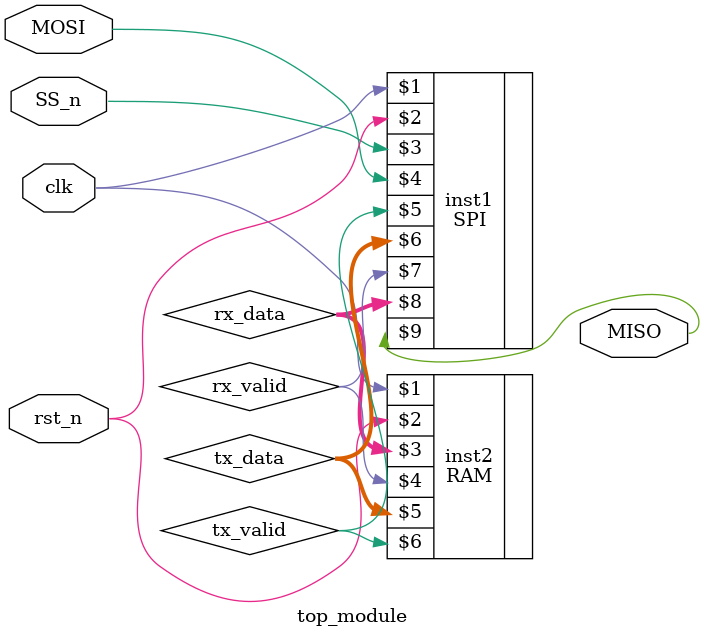
<source format=v>
module top_module (clk, rst_n, MOSI, MISO, SS_n);
    input  clk, rst_n, MOSI, SS_n;
    output MISO;

    wire [9:0] rx_data;
    wire rx_valid;
    wire [7:0] tx_data;
    wire tx_valid;

    SPI inst1 (clk, rst_n, SS_n, MOSI, tx_valid, tx_data, rx_valid, rx_data, MISO);
    RAM inst2 (clk, rst_n, rx_data, rx_valid, tx_data, tx_valid);
endmodule
</source>
